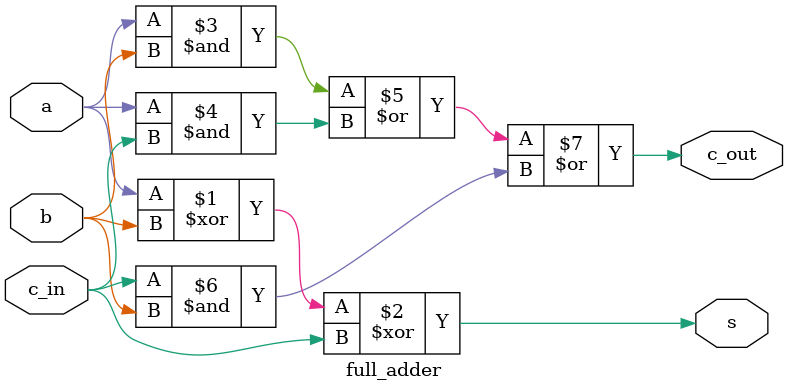
<source format=sv>
module part1(a, b, c_in, s, c_out);
    input logic [3:0] a, b;
    input logic c_in;
    output logic [3:0] s, c_out; // c_out contains all the carry out bits from all 4 full adders

    full_adder fa1(a[0], b[0], c_in, s[0], c_out[0]);
    full_adder fa2(a[1], b[1], c_out[0], s[1], c_out[1]);
    full_adder fa2(a[2], b[2], c_out[1], s[2], c_out[2]);
    full_adder fa2(a[3], b[3], c_out[2], s[3], c_out[3]);
endmodule

module full_adder(a, b, c_in, s, c_out);
    input logic a, b, c_in;
    output logic s, c_out;

    assign s = a ^ b ^ c_in;
    assign c_out = (a & b) | (a & c_in) | (c_in & b);
endmodule
</source>
